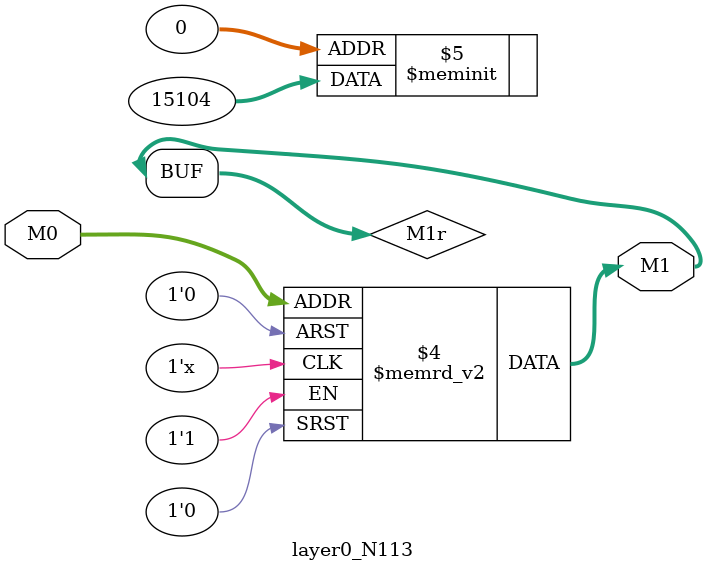
<source format=v>
module layer0_N113 ( input [3:0] M0, output [1:0] M1 );

	(*rom_style = "distributed" *) reg [1:0] M1r;
	assign M1 = M1r;
	always @ (M0) begin
		case (M0)
			4'b0000: M1r = 2'b00;
			4'b1000: M1r = 2'b00;
			4'b0100: M1r = 2'b11;
			4'b1100: M1r = 2'b00;
			4'b0010: M1r = 2'b00;
			4'b1010: M1r = 2'b00;
			4'b0110: M1r = 2'b11;
			4'b1110: M1r = 2'b00;
			4'b0001: M1r = 2'b00;
			4'b1001: M1r = 2'b00;
			4'b0101: M1r = 2'b10;
			4'b1101: M1r = 2'b00;
			4'b0011: M1r = 2'b00;
			4'b1011: M1r = 2'b00;
			4'b0111: M1r = 2'b00;
			4'b1111: M1r = 2'b00;

		endcase
	end
endmodule

</source>
